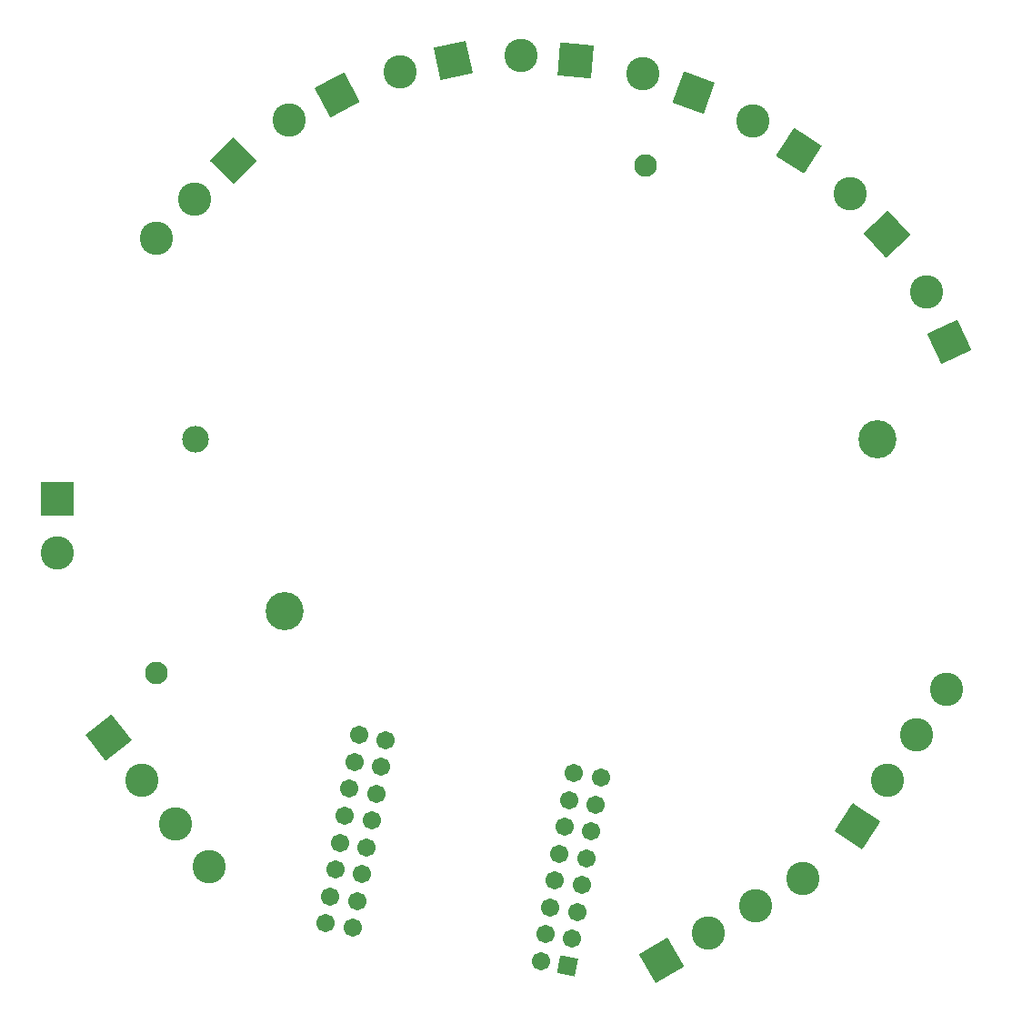
<source format=gbr>
G04 #@! TF.GenerationSoftware,KiCad,Pcbnew,(5.1.12)-1*
G04 #@! TF.CreationDate,2021-12-15T08:08:51+10:00*
G04 #@! TF.ProjectId,Weather-Station,57656174-6865-4722-9d53-746174696f6e,rev?*
G04 #@! TF.SameCoordinates,Original*
G04 #@! TF.FileFunction,Soldermask,Bot*
G04 #@! TF.FilePolarity,Negative*
%FSLAX46Y46*%
G04 Gerber Fmt 4.6, Leading zero omitted, Abs format (unit mm)*
G04 Created by KiCad (PCBNEW (5.1.12)-1) date 2021-12-15 08:08:51*
%MOMM*%
%LPD*%
G01*
G04 APERTURE LIST*
%ADD10C,2.102000*%
%ADD11C,3.102000*%
%ADD12C,1.702000*%
%ADD13C,3.552000*%
%ADD14C,2.492000*%
%ADD15C,0.100000*%
G04 APERTURE END LIST*
D10*
X114500000Y-61000000D03*
X69000000Y-108200000D03*
D11*
X140653099Y-72795956D03*
G36*
G01*
X144814943Y-78171756D02*
X142096020Y-79439611D01*
G75*
G02*
X142028244Y-79414943I-21554J46222D01*
G01*
X140760389Y-76696020D01*
G75*
G02*
X140785057Y-76628244I46222J21554D01*
G01*
X143503980Y-75360389D01*
G75*
G02*
X143571756Y-75385057I21554J-46222D01*
G01*
X144839611Y-78103980D01*
G75*
G02*
X144814943Y-78171756I-46222J-21554D01*
G01*
G37*
X133568002Y-63654631D03*
G36*
G01*
X139153756Y-67530132D02*
X136941924Y-69556902D01*
G75*
G02*
X136869868Y-69553756I-34455J37601D01*
G01*
X134843098Y-67341924D01*
G75*
G02*
X134846244Y-67269868I37601J34455D01*
G01*
X137058076Y-65243098D01*
G75*
G02*
X137130132Y-65246244I34455J-37601D01*
G01*
X139156902Y-67458076D01*
G75*
G02*
X139153756Y-67530132I-37601J-34455D01*
G01*
G37*
X124515571Y-56870518D03*
G36*
G01*
X130914050Y-59168264D02*
X129302151Y-61698439D01*
G75*
G02*
X129231736Y-61714050I-43013J27402D01*
G01*
X126701561Y-60102151D01*
G75*
G02*
X126685950Y-60031736I27402J43013D01*
G01*
X128297849Y-57501561D01*
G75*
G02*
X128368264Y-57485950I43013J-27402D01*
G01*
X130898439Y-59097849D01*
G75*
G02*
X130914050Y-59168264I-27402J-43013D01*
G01*
G37*
X114226361Y-52462538D03*
G36*
G01*
X120970493Y-53320934D02*
X119944433Y-56140012D01*
G75*
G02*
X119879066Y-56170493I-47924J17443D01*
G01*
X117059988Y-55144433D01*
G75*
G02*
X117029507Y-55079066I17443J47924D01*
G01*
X118055567Y-52259988D01*
G75*
G02*
X118120934Y-52229507I47924J-17443D01*
G01*
X120940012Y-53255567D01*
G75*
G02*
X120970493Y-53320934I-17443J-47924D01*
G01*
G37*
X102939331Y-50757249D03*
G36*
G01*
X109675832Y-49840887D02*
X109414364Y-52829471D01*
G75*
G02*
X109359113Y-52875832I-50806J4445D01*
G01*
X106370529Y-52614364D01*
G75*
G02*
X106324168Y-52559113I4445J50806D01*
G01*
X106585636Y-49570529D01*
G75*
G02*
X106640887Y-49524168I50806J-4445D01*
G01*
X109629471Y-49785636D01*
G75*
G02*
X109675832Y-49840887I-4445J-50806D01*
G01*
G37*
X91640416Y-52299513D03*
G36*
G01*
X97789576Y-49399859D02*
X98438894Y-52328747D01*
G75*
G02*
X98400141Y-52389576I-49791J-11038D01*
G01*
X95471253Y-53038894D01*
G75*
G02*
X95410424Y-53000141I-11038J49791D01*
G01*
X94761106Y-50071253D01*
G75*
G02*
X94799859Y-50010424I49791J11038D01*
G01*
X97728747Y-49361106D01*
G75*
G02*
X97789576Y-49399859I11038J-49791D01*
G01*
G37*
D12*
X106071787Y-127554699D03*
X105630721Y-130056110D03*
X106512854Y-125053287D03*
X104748588Y-135058934D03*
X107836053Y-117549052D03*
X105189655Y-132557522D03*
X106953920Y-122551875D03*
X107394987Y-120050463D03*
X88561906Y-124467234D03*
X88120839Y-126968646D03*
X89002972Y-121965822D03*
X87238706Y-131971469D03*
X90326171Y-114461587D03*
X87679773Y-129470057D03*
X89444038Y-119464411D03*
X89885105Y-116962999D03*
X108573199Y-127995765D03*
X108132133Y-130497177D03*
X109014265Y-125494353D03*
X110337465Y-117990118D03*
X107691066Y-132998588D03*
X109455332Y-122992942D03*
X109896398Y-120491530D03*
X87824759Y-114020521D03*
X87383693Y-116521933D03*
X86942627Y-119023344D03*
X86501560Y-121524756D03*
X86060494Y-124026168D03*
X85619428Y-126527579D03*
X85178361Y-129028991D03*
G36*
G01*
X108226990Y-134859928D02*
X107949153Y-136435621D01*
G75*
G02*
X107890072Y-136476990I-50225J8856D01*
G01*
X106314379Y-136199153D01*
G75*
G02*
X106273010Y-136140072I8856J50225D01*
G01*
X106550847Y-134564379D01*
G75*
G02*
X106609928Y-134523010I50225J-8856D01*
G01*
X108185621Y-134800847D01*
G75*
G02*
X108226990Y-134859928I-8856J-50225D01*
G01*
G37*
X84737295Y-131530403D03*
D11*
X129198227Y-127380000D03*
G36*
G01*
X115406795Y-137074538D02*
X113906795Y-134476462D01*
G75*
G02*
X113925462Y-134406795I44167J25500D01*
G01*
X116523538Y-132906795D01*
G75*
G02*
X116593205Y-132925462I25500J-44167D01*
G01*
X118093205Y-135523538D01*
G75*
G02*
X118074538Y-135593205I-44167J-25500D01*
G01*
X115476462Y-137093205D01*
G75*
G02*
X115406795Y-137074538I-25500J44167D01*
G01*
G37*
X124798818Y-129920000D03*
X120399409Y-132460000D03*
X67627560Y-118253095D03*
X70755121Y-122256189D03*
G36*
G01*
X62363093Y-113951287D02*
X64727125Y-112104303D01*
G75*
G02*
X64798713Y-112113093I31399J-40189D01*
G01*
X66645697Y-114477125D01*
G75*
G02*
X66636907Y-114548713I-40189J-31399D01*
G01*
X64272875Y-116395697D01*
G75*
G02*
X64201287Y-116386907I-31399J40189D01*
G01*
X62354303Y-114022875D01*
G75*
G02*
X62363093Y-113951287I40189J31399D01*
G01*
G37*
X73882681Y-126259284D03*
X142550299Y-109718661D03*
G36*
G01*
X134663270Y-124617736D02*
X132147259Y-122983819D01*
G75*
G02*
X132132264Y-122913270I27777J42772D01*
G01*
X133766181Y-120397259D01*
G75*
G02*
X133836730Y-120382264I42772J-27777D01*
G01*
X136352741Y-122016181D01*
G75*
G02*
X136367736Y-122086730I-27777J-42772D01*
G01*
X134733819Y-124602741D01*
G75*
G02*
X134663270Y-124617736I-42772J27777D01*
G01*
G37*
X139783533Y-113979107D03*
X137016766Y-118239554D03*
X68965795Y-67734205D03*
X72557898Y-64142102D03*
G36*
G01*
X76186062Y-58392618D02*
X78307382Y-60513938D01*
G75*
G02*
X78307382Y-60586062I-36062J-36062D01*
G01*
X76186062Y-62707382D01*
G75*
G02*
X76113938Y-62707382I-36062J36062D01*
G01*
X73992618Y-60586062D01*
G75*
G02*
X73992618Y-60513938I36062J36062D01*
G01*
X76113938Y-58392618D01*
G75*
G02*
X76186062Y-58392618I36062J-36062D01*
G01*
G37*
X81293985Y-56745683D03*
G36*
G01*
X86483131Y-52353312D02*
X87868377Y-55014344D01*
G75*
G02*
X87846688Y-55083131I-45238J-23549D01*
G01*
X85185656Y-56468377D01*
G75*
G02*
X85116869Y-56446688I-23549J45238D01*
G01*
X83731623Y-53785656D01*
G75*
G02*
X83753312Y-53716869I45238J23549D01*
G01*
X86414344Y-52331623D01*
G75*
G02*
X86483131Y-52353312I23549J-45238D01*
G01*
G37*
X59750000Y-97080000D03*
G36*
G01*
X58250000Y-90449000D02*
X61250000Y-90449000D01*
G75*
G02*
X61301000Y-90500000I0J-51000D01*
G01*
X61301000Y-93500000D01*
G75*
G02*
X61250000Y-93551000I-51000J0D01*
G01*
X58250000Y-93551000D01*
G75*
G02*
X58199000Y-93500000I0J51000D01*
G01*
X58199000Y-90500000D01*
G75*
G02*
X58250000Y-90449000I51000J0D01*
G01*
G37*
D13*
X136100000Y-86500000D03*
X80900000Y-102500000D03*
D14*
X72570000Y-86500000D03*
D15*
G36*
X136396603Y-122042280D02*
G01*
X136397511Y-122044062D01*
X136397191Y-122045046D01*
X135804875Y-122957132D01*
X134707720Y-124646603D01*
X134704954Y-124647191D01*
X132103397Y-122957720D01*
X132102489Y-122955938D01*
X132102646Y-122955455D01*
X132107253Y-122955455D01*
X134705455Y-124642747D01*
X135801521Y-122954954D01*
X136392747Y-122044545D01*
X133794545Y-120357253D01*
X132698479Y-122045046D01*
X132107253Y-122955455D01*
X132102646Y-122955455D01*
X132102809Y-122954954D01*
X132695125Y-122042868D01*
X133792280Y-120353397D01*
X133795046Y-120352809D01*
X136396603Y-122042280D01*
G37*
G36*
X97230452Y-49470551D02*
G01*
X97230884Y-49472503D01*
X97229410Y-49473855D01*
X94750500Y-50023416D01*
X94748592Y-50022814D01*
X94748067Y-50021463D01*
X94748067Y-50021462D01*
X94749634Y-50019509D01*
X97228544Y-49469949D01*
X97230452Y-49470551D01*
G37*
M02*

</source>
